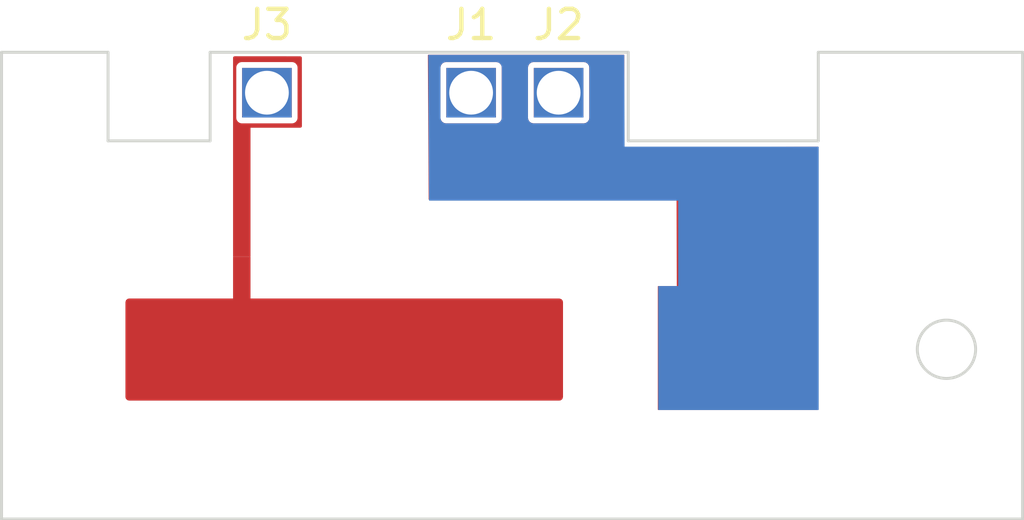
<source format=kicad_pcb>
(kicad_pcb (version 20240108) (generator "pcbnew") (generator_version "8.0")
  (layers (0 "F.Cu" signal) (31 "B.Cu" signal) (34 "B.Paste" user) (35 "F.Paste" user) (37 "F.SilkS" user "F.Silkscreen") (44 "Edge.Cuts" user))
  (net 0 "")
  (net 1 "GND")
  (footprint "MKL:PogoPin_1x01" (layer "F.Cu") (at 123.35 111.05)
    (property "Reference" "J3" (at 0 -2.33 0) (layer "F.SilkS"))
    (property "Value" "Conn_01x01" (hide yes))
    (pad "1" thru_hole rect (at 0 0) (size 1.7 1.7) (drill 1.5) (layers "*.Cu" "*.Mask"))
  )
  (footprint "MKL:PogoPin_1x01" (layer "F.Cu") (at 130.35 111.05)
    (property "Reference" "J1" (at 0 -2.33 0) (layer "F.SilkS"))
    (property "Value" "Conn_01x01" (hide yes))
    (pad "1" thru_hole rect (at 0 0) (size 1.7 1.7) (drill 1.5) (layers "*.Cu" "*.Mask") (net 1 "GND"))
  )
  (footprint "MKL:PogoPin_1x01" (layer "F.Cu") (at 133.35 111.05)
    (property "Reference" "J2" (at 0 -2.33 0) (layer "F.SilkS"))
    (property "Value" "Conn_01x01" (hide yes))
    (pad "1" thru_hole rect (at 0 0) (size 1.7 1.7) (drill 1.5) (layers "*.Cu" "*.Mask"))
  )
  (gr_line (start 121.403603 109.664308) (end 121.403603 112.7) (stroke (width 0.1)) (layer "Edge.Cuts"))
  (gr_line (start 117.903603 112.7) (end 117.903603 109.664308) (stroke (width 0.1)) (layer "Edge.Cuts"))
  (gr_line (start 117.903603 109.664308) (end 114.253603 109.664308) (stroke (width 0.1)) (layer "Edge.Cuts"))
  (gr_line (start 142.250704 109.664308) (end 142.250704 112.7) (stroke (width 0.1)) (layer "Edge.Cuts"))
  (gr_line (start 135.736598 109.664308) (end 121.403603 109.664308) (stroke (width 0.1)) (layer "Edge.Cuts"))
  (gr_line (start 142.250704 112.7) (end 135.736598 112.7) (stroke (width 0.1)) (layer "Edge.Cuts"))
  (gr_line (start 114.253603 109.664308) (end 114.253603 125.664308) (stroke (width 0.1)) (layer "Edge.Cuts"))
  (gr_line (start 114.253603 125.664308) (end 149.253603 125.664308) (stroke (width 0.1)) (layer "Edge.Cuts"))
  (gr_circle (center 146.644974 119.845237) (end 147.644974 119.845237) (stroke (width 0.1)) (fill none) (layer "Edge.Cuts"))
  (gr_line (start 149.253603 109.664308) (end 142.250704 109.664308) (stroke (width 0.1)) (layer "Edge.Cuts"))
  (gr_line (start 121.403603 112.7) (end 117.903603 112.7) (stroke (width 0.1)) (layer "Edge.Cuts"))
  (gr_line (start 149.253603 125.664308) (end 149.253603 109.664308) (stroke (width 0.1)) (layer "Edge.Cuts"))
  (gr_line (start 135.736598 112.7) (end 135.736598 109.664308) (stroke (width 0.1)) (layer "Edge.Cuts"))
  (zone (net 0) (net_name "") (layer "F.Cu") (connect_pads (clearance 0)) (min_thickness 0.03)
    (keepout (tracks not_allowed) (vias not_allowed) (pads not_allowed) (copperpour not_allowed) (footprints not_allowed))
    (fill (thermal_gap 0.5) (thermal_bridge_width 0.5) (island_removal_mode 1) (island_area_min 10))
    (polygon (pts (xy 134.6 109.9) (xy 134.6 112.45) (xy 134.5 112.45) (xy 134.5 109.9)))
  )
  (zone (net 0) (net_name "") (layer "F.Cu") (connect_pads (clearance 0)) (min_thickness 0.03)
    (keepout (tracks not_allowed) (vias not_allowed) (pads not_allowed) (copperpour not_allowed) (footprints not_allowed))
    (fill (thermal_gap 0.5) (thermal_bridge_width 0.5) (island_removal_mode 1) (island_area_min 10))
    (polygon (pts (xy 139 118.15) (xy 139 118.25) (xy 139.85 118.25) (xy 139.85 118.15)))
  )
  (zone (net 0) (net_name "") (layer "F.Cu") (connect_pads (clearance 0)) (min_thickness 0.03)
    (keepout (tracks not_allowed) (vias not_allowed) (pads not_allowed) (copperpour not_allowed) (footprints not_allowed))
    (fill (thermal_gap 0.5) (thermal_bridge_width 0.5) (island_removal_mode 1) (island_area_min 10))
    (polygon (pts (xy 133 112.35) (xy 132.9 112.35) (xy 132.9 114.1) (xy 133 114.1)))
  )
  (zone (net 0) (net_name "") (layer "F.Cu") (connect_pads (clearance 0)) (min_thickness 0.1) (fill yes (thermal_gap 0.5) (thermal_bridge_width 0.5) (island_removal_mode 1) (island_area_min 10))
    (polygon (pts (xy 122.189543 116.668997) (xy 122.189543 109.799898) (xy 124.547678 109.801498) (xy 124.549652 112.25) (xy 122.787299 112.25) (xy 122.787299 116.668997)))
  )
  (zone (net 0) (net_name "") (layer "F.Cu") (connect_pads (clearance 0)) (min_thickness 0.03)
    (keepout (tracks not_allowed) (vias not_allowed) (pads not_allowed) (copperpour not_allowed) (footprints not_allowed))
    (fill (thermal_gap 0.5) (thermal_bridge_width 0.5) (island_removal_mode 1) (island_area_min 10))
    (polygon (pts (xy 140.4 113.65) (xy 140.4 113.55) (xy 133.55 113.55) (xy 133.55 113.65)))
  )
  (zone (net 0) (net_name "") (layer "F.Cu") (priority 1) (connect_pads (clearance 0)) (min_thickness 0.25) (fill yes (thermal_gap 0.5) (thermal_bridge_width 0.5) (island_removal_mode 1) (island_area_min 10))
    (polygon (pts (xy 118.5 121.604822) (xy 133.5 121.604822) (xy 133.5 118.104822) (xy 122.787299 118.104822) (xy 122.787299 116.668997) (xy 122.189543 116.668997) (xy 122.189543 118.104822) (xy 118.5 118.104822)))
  )
  (zone (net 0) (net_name "") (layer "F.Cu") (connect_pads (clearance 0)) (min_thickness 0.03)
    (keepout (tracks not_allowed) (vias not_allowed) (pads not_allowed) (copperpour not_allowed) (footprints not_allowed))
    (fill (thermal_gap 0.5) (thermal_bridge_width 0.5) (island_removal_mode 1) (island_area_min 10))
    (polygon (pts (xy 139.75 118.25) (xy 139.85 118.25) (xy 139.85 114.2) (xy 139.75 114.2)))
  )
  (zone (net 0) (net_name "") (layer "F.Cu") (connect_pads (clearance 0)) (min_thickness 0.03)
    (keepout (tracks not_allowed) (vias not_allowed) (pads not_allowed) (copperpour not_allowed) (footprints not_allowed))
    (fill (thermal_gap 0.5) (thermal_bridge_width 0.5) (island_removal_mode 1) (island_area_min 10))
    (polygon (pts (xy 139 118.15) (xy 137.3 118.15) (xy 137.3 118.25) (xy 139 118.25)))
  )
  (zone (net 0) (net_name "") (layer "F.Cu") (connect_pads (clearance 0)) (min_thickness 0.03)
    (keepout (tracks not_allowed) (vias not_allowed) (pads not_allowed) (copperpour not_allowed) (footprints not_allowed))
    (fill (thermal_gap 0.5) (thermal_bridge_width 0.5) (island_removal_mode 1) (island_area_min 10))
    (polygon (pts (xy 137.4 118.25) (xy 137.3 118.25) (xy 137.3 121.45) (xy 137.4 121.45)))
  )
  (zone (net 0) (net_name "") (layer "F.Cu") (connect_pads (clearance 0)) (min_thickness 0.03)
    (keepout (tracks not_allowed) (vias not_allowed) (pads not_allowed) (copperpour not_allowed) (footprints not_allowed))
    (fill (thermal_gap 0.5) (thermal_bridge_width 0.5) (island_removal_mode 1) (island_area_min 10))
    (polygon (pts (xy 140.3 118.25) (xy 140.4 118.25) (xy 140.4 113.65) (xy 140.3 113.65)))
  )
  (zone (net 0) (net_name "") (layer "F.Cu") (connect_pads (clearance 0)) (min_thickness 0.03)
    (keepout (tracks not_allowed) (vias not_allowed) (pads not_allowed) (copperpour not_allowed) (footprints not_allowed))
    (fill (thermal_gap 0.5) (thermal_bridge_width 0.5) (island_removal_mode 1) (island_area_min 10))
    (polygon (pts (xy 132.05 112.35) (xy 132.9 112.35) (xy 132.9 112.45) (xy 132.05 112.45)))
  )
  (zone (net 0) (net_name "") (layer "F.Cu") (connect_pads (clearance 0)) (min_thickness 0.03)
    (keepout (tracks not_allowed) (vias not_allowed) (pads not_allowed) (copperpour not_allowed) (footprints not_allowed))
    (fill (thermal_gap 0.5) (thermal_bridge_width 0.5) (island_removal_mode 1) (island_area_min 10))
    (polygon (pts (xy 137.4 121.35) (xy 137.4 121.45) (xy 141.6 121.45) (xy 141.6 121.35)))
  )
  (zone (net 0) (net_name "") (layer "F.Cu") (connect_pads (clearance 0)) (min_thickness 0.03)
    (keepout (tracks not_allowed) (vias not_allowed) (pads not_allowed) (copperpour not_allowed) (footprints not_allowed))
    (fill (thermal_gap 0.5) (thermal_bridge_width 0.5) (island_removal_mode 1) (island_area_min 10))
    (polygon (pts (xy 132.15 109.9) (xy 132.15 112.35) (xy 132.05 112.35) (xy 132.05 109.9)))
  )
  (zone (net 0) (net_name "") (layer "F.Cu") (connect_pads (clearance 0)) (min_thickness 0.03)
    (keepout (tracks not_allowed) (vias not_allowed) (pads not_allowed) (copperpour not_allowed) (footprints not_allowed))
    (fill (thermal_gap 0.5) (thermal_bridge_width 0.5) (island_removal_mode 1) (island_area_min 10))
    (polygon (pts (xy 133.55 112.35) (xy 133.45 112.35) (xy 133.45 113.65) (xy 133.55 113.65)))
  )
  (zone (net 0) (net_name "") (layer "F.Cu") (connect_pads (clearance 0)) (min_thickness 0.03)
    (keepout (tracks not_allowed) (vias not_allowed) (pads not_allowed) (copperpour not_allowed) (footprints not_allowed))
    (fill (thermal_gap 0.5) (thermal_bridge_width 0.5) (island_removal_mode 1) (island_area_min 10))
    (polygon (pts (xy 132.05 109.8) (xy 134.6 109.8) (xy 134.6 109.9) (xy 132.05 109.9)))
  )
  (zone (net 0) (net_name "") (layer "F.Cu") (priority 3) (connect_pads yes (clearance 0)) (min_thickness 0.03) (fill yes (thermal_gap 0.2) (thermal_bridge_width 0.2) (island_removal_mode 1) (island_area_min 10))
    (polygon (pts (xy 135.585183 112.9332) (xy 135.6 109.75) (xy 128.867241 109.75) (xy 128.895076 114.719835) (xy 137.392189 114.719835) (xy 137.40105 117.677242) (xy 136.75 117.677242) (xy 136.75 121.927242) (xy 142.25 121.927242) (xy 142.25 112.903135)))
  )
  (zone (net 0) (net_name "") (layer "F.Cu") (connect_pads (clearance 0)) (min_thickness 0.03)
    (keepout (tracks not_allowed) (vias not_allowed) (pads not_allowed) (copperpour not_allowed) (footprints not_allowed))
    (fill (thermal_gap 0.5) (thermal_bridge_width 0.5) (island_removal_mode 1) (island_area_min 10))
    (polygon (pts (xy 141.7 118.25) (xy 141.6 118.25) (xy 141.6 121.45) (xy 141.7 121.45)))
  )
  (zone (net 0) (net_name "") (layer "F.Cu") (connect_pads (clearance 0)) (min_thickness 0.03)
    (keepout (tracks not_allowed) (vias not_allowed) (pads not_allowed) (copperpour not_allowed) (footprints not_allowed))
    (fill (thermal_gap 0.5) (thermal_bridge_width 0.5) (island_removal_mode 1) (island_area_min 10))
    (polygon (pts (xy 140.4 118.15) (xy 140.4 118.25) (xy 141.7 118.25) (xy 141.7 118.15)))
  )
  (zone (net 0) (net_name "") (layer "F.Cu") (connect_pads (clearance 0)) (min_thickness 0.03)
    (keepout (tracks not_allowed) (vias not_allowed) (pads not_allowed) (copperpour not_allowed) (footprints not_allowed))
    (fill (thermal_gap 0.5) (thermal_bridge_width 0.5) (island_removal_mode 1) (island_area_min 10))
    (polygon (pts (xy 139.85 114.2) (xy 139.85 114.1) (xy 132.9 114.1) (xy 132.9 114.2)))
  )
  (zone (net 0) (net_name "") (layer "F.Cu") (connect_pads (clearance 0)) (min_thickness 0.03)
    (keepout (tracks not_allowed) (vias not_allowed) (pads not_allowed) (copperpour not_allowed) (footprints not_allowed))
    (fill (thermal_gap 0.5) (thermal_bridge_width 0.5) (island_removal_mode 1) (island_area_min 10))
    (polygon (pts (xy 133.55 112.35) (xy 134.5 112.35) (xy 134.5 112.45) (xy 133.55 112.45)))
  )
  (zone (net 0) (net_name "") (layer "B.Cu") (priority 3) (connect_pads (clearance 0)) (min_thickness 0.03) (fill yes (thermal_gap 0.2) (thermal_bridge_width 0.2) (island_removal_mode 1) (island_area_min 10))
    (polygon (pts (xy 135.6 109.75) (xy 128.879554 109.75) (xy 128.907559 114.75) (xy 137.450023 114.75) (xy 137.450123 117.677242) (xy 136.763953 117.677242) (xy 136.763953 121.927242) (xy 142.263953 121.927242) (xy 142.263953 112.9) (xy 135.610275 112.9)))
  )
)
</source>
